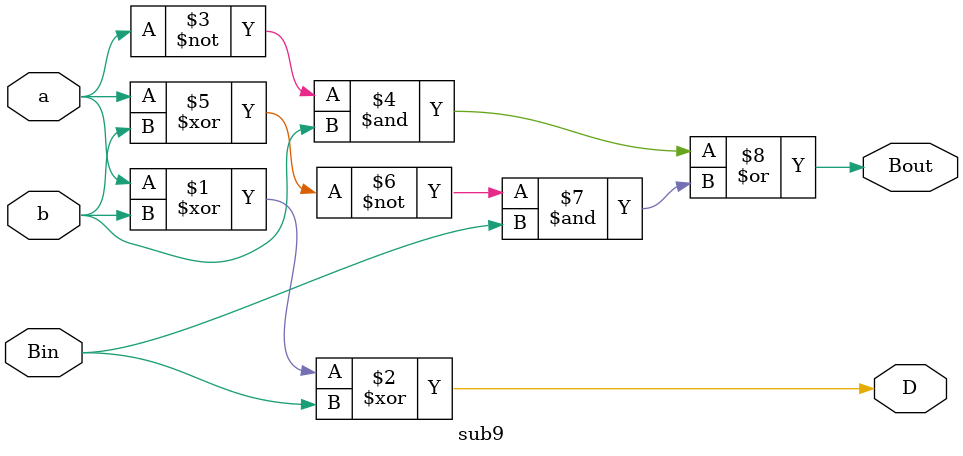
<source format=v>
module sub9 (input a, b, Bin, output D, Bout);
    assign D = a ^ b ^ Bin;
    assign Bout = (~a & b) | (~(a ^ b) & Bin);
endmodule
</source>
